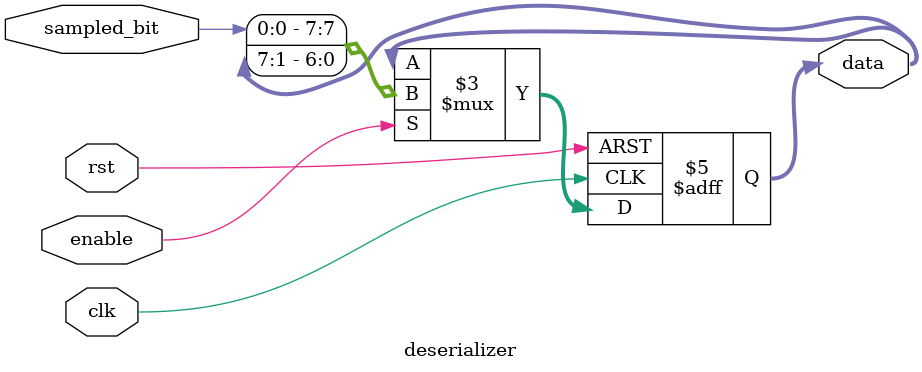
<source format=v>
module deserializer (
	input wire clk,rst,enable,
	input wire sampled_bit,
	output reg [7:0] data
);

always @(posedge clk or negedge rst) begin
	if (!rst) begin
		data<=8'b0;
	end
	else if (enable) begin
		data<={sampled_bit,data[7:1]};
	end
end

endmodule
</source>
